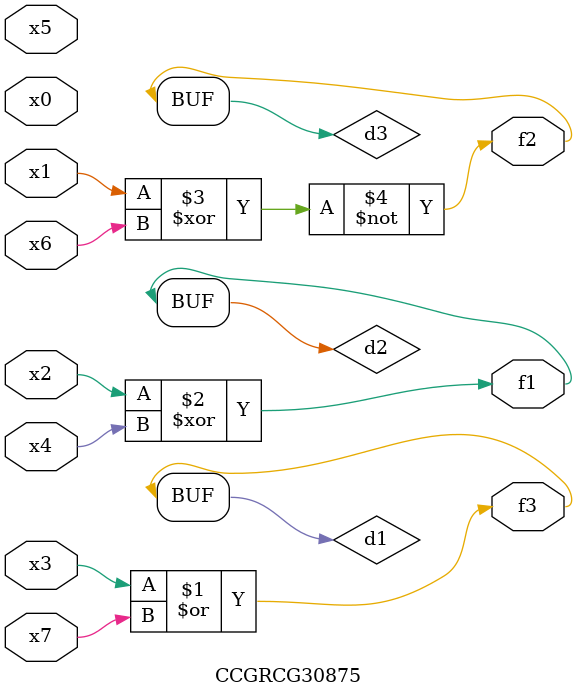
<source format=v>
module CCGRCG30875(
	input x0, x1, x2, x3, x4, x5, x6, x7,
	output f1, f2, f3
);

	wire d1, d2, d3;

	or (d1, x3, x7);
	xor (d2, x2, x4);
	xnor (d3, x1, x6);
	assign f1 = d2;
	assign f2 = d3;
	assign f3 = d1;
endmodule

</source>
